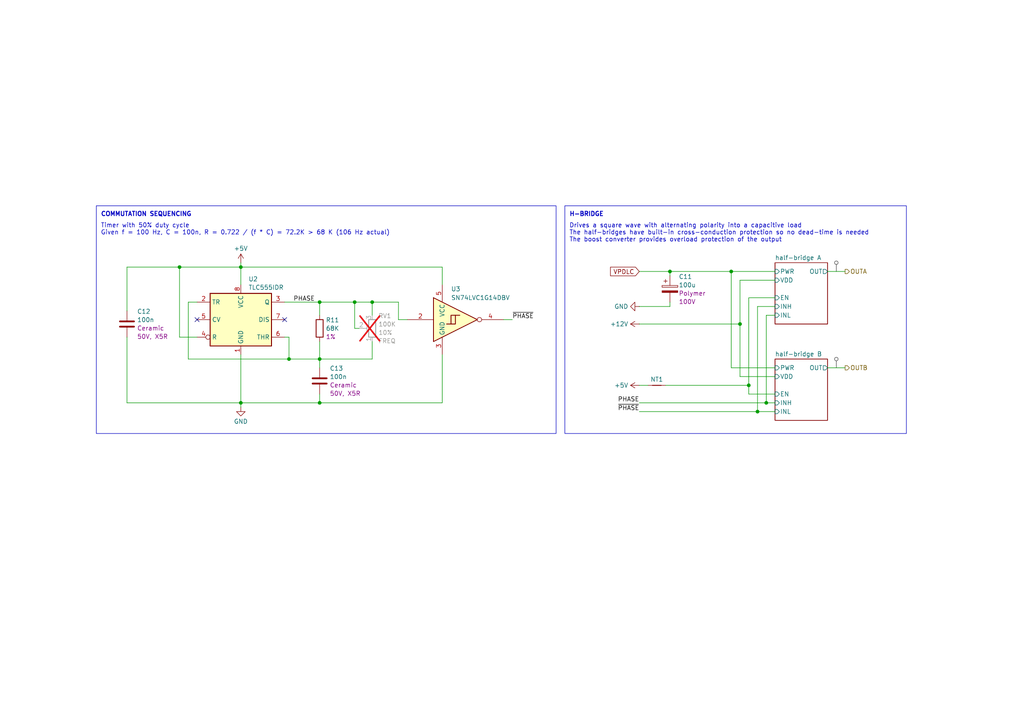
<source format=kicad_sch>
(kicad_sch (version 20231120) (generator "eeschema") (generator_version "8.0")
  (paper "A4")
  (title_block (title "PDLC Driver Inverter"))
  (lib_symbols
    (symbol "74xGxx:SN74LVC1G14DBV"
      (property "Reference" "U" (at 0 3.81 0))
      (property "Value" "SN74LVC1G14DBV" (at 0 -3.81 0))
      (symbol "SN74LVC1G14DBV_0_1"
        (polyline (pts (xy -7.62 6.35) (xy -7.62 -6.35) (xy 5.08 0) (xy -7.62 6.35)) (stroke (width 0.254)) (fill (type background)))
      )
      (symbol "SN74LVC1G14DBV_1_1"
        (polyline (pts (xy -3.81 -1.27) (xy -1.27 -1.27) (xy -1.27 1.27)) (stroke (width 0.254)))
        (polyline (pts (xy -2.54 -1.27) (xy -2.54 1.27) (xy 0 1.27)) (stroke (width 0.254)))
        (pin no_connect line (at -7.62 5.08 180) (length 5.08) hide (name "NC") (number "1"))
        (pin input line (at -15.24 0 0) (length 7.62) (name "~") (number "2"))
        (pin power_in line (at -5.08 -10.16 90) (length 5.08) (name "GND") (number "3"))
        (pin output inverted (at 12.7 0 180) (length 7.62) (name "~") (number "4"))
        (pin power_in line (at -5.08 10.16 270) (length 5.08) (name "VCC") (number "5"))
      )
    )
    (symbol "Device:C" (pin_numbers hide) (pin_names (offset 0.254))
      (property "Reference" "C" (at 0.635 2.54 0))
      (property "Value" "C" (at 0.635 -2.54 0))
      (symbol "C_0_1"
        (polyline (pts (xy -2.032 -0.762) (xy 2.032 -0.762)) (stroke (width 0.508)))
        (polyline (pts (xy -2.032 0.762) (xy 2.032 0.762)) (stroke (width 0.508)))
      )
      (symbol "C_1_1"
        (pin passive line (at 0 3.81 270) (length 2.794) (name "~") (number "1"))
        (pin passive line (at 0 -3.81 90) (length 2.794) (name "~") (number "2"))
      )
    )
    (symbol "Device:C_Polarized" (pin_numbers hide) (pin_names (offset 0.254))
      (property "Reference" "C" (at 0.635 2.54 0))
      (property "Value" "C_Polarized" (at 0.635 -2.54 0))
      (symbol "C_Polarized_0_1"
        (rectangle (start -2.286 0.508) (end 2.286 1.016))
        (polyline (pts (xy -1.778 2.286) (xy -0.762 2.286)))
        (polyline (pts (xy -1.27 2.794) (xy -1.27 1.778)))
        (rectangle (start 2.286 -0.508) (end -2.286 -1.016) (fill (type outline)))
      )
      (symbol "C_Polarized_1_1"
        (pin passive line (at 0 3.81 270) (length 2.794) (name "~") (number "1"))
        (pin passive line (at 0 -3.81 90) (length 2.794) (name "~") (number "2"))
      )
    )
    (symbol "Device:NetTie_2" (pin_numbers hide) (pin_names (offset 0) hide) (in_bom no)
      (property "Reference" "NT" (at 0 1.27 0))
      (property "Value" "NetTie_2" (at 0 -1.27 0))
      (symbol "NetTie_2_0_1"
        (polyline (pts (xy -1.27 0) (xy 1.27 0)) (stroke (width 0.254)))
      )
      (symbol "NetTie_2_1_1"
        (pin passive line (at -2.54 0 0) (length 2.54) (name "1") (number "1"))
        (pin passive line (at 2.54 0 180) (length 2.54) (name "2") (number "2"))
      )
    )
    (symbol "Device:R" (pin_numbers hide) (pin_names (offset 0))
      (property "Reference" "R" (at 2.032 0 90))
      (property "Value" "R" (at 0 0 90))
      (symbol "R_0_1"
        (rectangle (start -1.016 -2.54) (end 1.016 2.54) (stroke (width 0.254)))
      )
      (symbol "R_1_1"
        (pin passive line (at 0 3.81 270) (length 1.27) (name "~") (number "1"))
        (pin passive line (at 0 -3.81 90) (length 1.27) (name "~") (number "2"))
      )
    )
    (symbol "Device:R_Potentiometer_Trim" (pin_names (offset 1.016) hide)
      (property "Reference" "RV" (at -4.445 0 90))
      (property "Value" "R_Potentiometer_Trim" (at -2.54 0 90))
      (symbol "R_Potentiometer_Trim_0_1"
        (polyline (pts (xy 1.524 0.762) (xy 1.524 -0.762)))
        (polyline (pts (xy 2.54 0) (xy 1.524 0)))
        (rectangle (start 1.016 2.54) (end -1.016 -2.54) (stroke (width 0.254)))
      )
      (symbol "R_Potentiometer_Trim_1_1"
        (pin passive line (at 0 3.81 270) (length 1.27) (name "1") (number "1"))
        (pin passive line (at 3.81 0 180) (length 1.27) (name "2") (number "2"))
        (pin passive line (at 0 -3.81 90) (length 1.27) (name "3") (number "3"))
      )
    )
    (symbol "Timer:TLC555xD"
      (property "Reference" "U" (at -10.16 8.89 0))
      (property "Value" "TLC555xD" (at 2.54 8.89 0))
      (symbol "TLC555xD_0_0"
        (pin power_in line (at 0 -10.16 90) (length 2.54) (name "GND") (number "1"))
        (pin power_in line (at 0 10.16 270) (length 2.54) (name "VCC") (number "8"))
      )
      (symbol "TLC555xD_0_1"
        (rectangle (start -8.89 -7.62) (end 8.89 7.62) (stroke (width 0.254)) (fill (type background)))
        (rectangle (start -8.89 -7.62) (end 8.89 7.62) (stroke (width 0.254)) (fill (type background)))
      )
      (symbol "TLC555xD_1_1"
        (pin input line (at -12.7 5.08 0) (length 3.81) (name "TR") (number "2"))
        (pin output line (at 12.7 5.08 180) (length 3.81) (name "Q") (number "3"))
        (pin input inverted (at -12.7 -5.08 0) (length 3.81) (name "R") (number "4"))
        (pin input line (at -12.7 0 0) (length 3.81) (name "CV") (number "5"))
        (pin input line (at 12.7 -5.08 180) (length 3.81) (name "THR") (number "6"))
        (pin input line (at 12.7 0 180) (length 3.81) (name "DIS") (number "7"))
      )
    )
    (symbol "power:+12V" (power) (pin_numbers hide) (pin_names (offset 0) hide)
      (property "Value" "+12V" (at 0 3.556 0))
      (symbol "+12V_0_1"
        (polyline (pts (xy -0.762 1.27) (xy 0 2.54)))
        (polyline (pts (xy 0 0) (xy 0 2.54)))
        (polyline (pts (xy 0 2.54) (xy 0.762 1.27)))
      )
      (symbol "+12V_1_1"
        (pin power_in line (at 0 0 90) (length 0) (name "~") (number "1"))
      )
    )
    (symbol "power:+5V" (power) (pin_numbers hide) (pin_names (offset 0) hide)
      (property "Value" "+5V" (at 0 3.556 0))
      (symbol "+5V_0_1"
        (polyline (pts (xy -0.762 1.27) (xy 0 2.54)))
        (polyline (pts (xy 0 0) (xy 0 2.54)))
        (polyline (pts (xy 0 2.54) (xy 0.762 1.27)))
      )
      (symbol "+5V_1_1"
        (pin power_in line (at 0 0 90) (length 0) (name "~") (number "1"))
      )
    )
    (symbol "power:GND" (power) (pin_numbers hide) (pin_names (offset 0) hide)
      (property "Value" "GND" (at 0 -3.81 0))
      (symbol "GND_0_1"
        (polyline (pts (xy 0 0) (xy 0 -1.27) (xy 1.27 -1.27) (xy 0 -2.54) (xy -1.27 -1.27) (xy 0 -1.27)))
      )
      (symbol "GND_1_1"
        (pin power_in line (at 0 0 270) (length 0) (name "~") (number "1"))
      )
    )
  )
  (junction (at 212.09 78.74))
  (junction (at 219.71 119.38))
  (junction (at 92.71 87.63))
  (junction (at 102.87 87.63))
  (junction (at 69.85 77.47))
  (junction (at 83.82 104.14))
  (junction (at 194.31 78.74))
  (junction (at 92.71 116.84))
  (junction (at 222.25 116.84))
  (junction (at 52.07 77.47))
  (junction (at 69.85 116.84))
  (junction (at 214.63 93.98))
  (junction (at 107.95 87.63))
  (junction (at 217.17 111.76))
  (junction (at 92.71 104.14))
  (no_connect (at 57.15 92.71))
  (no_connect (at 82.55 92.71))
  (wire (pts (xy 224.79 106.68) (xy 212.09 106.68)))
  (wire (pts (xy 107.95 87.63) (xy 115.57 87.63)))
  (wire (pts (xy 217.17 114.3) (xy 217.17 111.76)))
  (wire (pts (xy 118.11 92.71) (xy 115.57 92.71)))
  (wire (pts (xy 92.71 104.14) (xy 92.71 106.68)))
  (wire (pts (xy 36.83 116.84) (xy 69.85 116.84)))
  (wire (pts (xy 36.83 97.79) (xy 36.83 116.84)))
  (wire (pts (xy 185.42 78.74) (xy 194.31 78.74)))
  (wire (pts (xy 222.25 116.84) (xy 224.79 116.84)))
  (wire (pts (xy 219.71 119.38) (xy 224.79 119.38)))
  (wire (pts (xy 104.14 95.25) (xy 102.87 95.25)))
  (wire (pts (xy 69.85 116.84) (xy 69.85 118.11)))
  (wire (pts (xy 214.63 81.28) (xy 214.63 93.98)))
  (wire (pts (xy 54.61 87.63) (xy 54.61 104.14)))
  (wire (pts (xy 194.31 78.74) (xy 212.09 78.74)))
  (wire (pts (xy 240.03 78.74) (xy 245.11 78.74)))
  (wire (pts (xy 185.42 88.9) (xy 194.31 88.9)))
  (wire (pts (xy 92.71 116.84) (xy 128.27 116.84)))
  (wire (pts (xy 69.85 77.47) (xy 52.07 77.47)))
  (wire (pts (xy 146.05 92.71) (xy 148.59 92.71)))
  (wire (pts (xy 115.57 92.71) (xy 115.57 87.63)))
  (wire (pts (xy 92.71 87.63) (xy 92.71 91.44)))
  (wire (pts (xy 219.71 88.9) (xy 219.71 119.38)))
  (wire (pts (xy 52.07 97.79) (xy 57.15 97.79)))
  (wire (pts (xy 92.71 114.3) (xy 92.71 116.84)))
  (wire (pts (xy 36.83 77.47) (xy 52.07 77.47)))
  (wire (pts (xy 217.17 114.3) (xy 224.79 114.3)))
  (wire (pts (xy 217.17 86.36) (xy 224.79 86.36)))
  (wire (pts (xy 92.71 99.06) (xy 92.71 104.14)))
  (wire (pts (xy 185.42 93.98) (xy 214.63 93.98)))
  (wire (pts (xy 194.31 78.74) (xy 194.31 80.01)))
  (wire (pts (xy 212.09 78.74) (xy 212.09 106.68)))
  (wire (pts (xy 107.95 99.06) (xy 107.95 104.14)))
  (wire (pts (xy 102.87 87.63) (xy 102.87 95.25)))
  (wire (pts (xy 69.85 116.84) (xy 92.71 116.84)))
  (wire (pts (xy 54.61 104.14) (xy 83.82 104.14)))
  (wire (pts (xy 92.71 87.63) (xy 102.87 87.63)))
  (wire (pts (xy 214.63 109.22) (xy 224.79 109.22)))
  (wire (pts (xy 128.27 77.47) (xy 128.27 82.55)))
  (wire (pts (xy 214.63 81.28) (xy 224.79 81.28)))
  (wire (pts (xy 240.03 106.68) (xy 245.11 106.68)))
  (wire (pts (xy 128.27 102.87) (xy 128.27 116.84)))
  (wire (pts (xy 52.07 77.47) (xy 52.07 97.79)))
  (wire (pts (xy 107.95 87.63) (xy 107.95 91.44)))
  (wire (pts (xy 57.15 87.63) (xy 54.61 87.63)))
  (wire (pts (xy 222.25 91.44) (xy 224.79 91.44)))
  (wire (pts (xy 212.09 78.74) (xy 224.79 78.74)))
  (wire (pts (xy 82.55 87.63) (xy 92.71 87.63)))
  (wire (pts (xy 69.85 76.2) (xy 69.85 77.47)))
  (wire (pts (xy 92.71 104.14) (xy 107.95 104.14)))
  (wire (pts (xy 194.31 88.9) (xy 194.31 87.63)))
  (wire (pts (xy 222.25 91.44) (xy 222.25 116.84)))
  (wire (pts (xy 185.42 116.84) (xy 222.25 116.84)))
  (wire (pts (xy 36.83 90.17) (xy 36.83 77.47)))
  (wire (pts (xy 193.04 111.76) (xy 217.17 111.76)))
  (wire (pts (xy 69.85 102.87) (xy 69.85 116.84)))
  (wire (pts (xy 102.87 87.63) (xy 107.95 87.63)))
  (wire (pts (xy 83.82 104.14) (xy 83.82 97.79)))
  (wire (pts (xy 214.63 93.98) (xy 214.63 109.22)))
  (wire (pts (xy 69.85 77.47) (xy 128.27 77.47)))
  (wire (pts (xy 92.71 104.14) (xy 83.82 104.14)))
  (wire (pts (xy 83.82 97.79) (xy 82.55 97.79)))
  (wire (pts (xy 217.17 86.36) (xy 217.17 111.76)))
  (wire (pts (xy 185.42 119.38) (xy 219.71 119.38)))
  (wire (pts (xy 185.42 111.76) (xy 187.96 111.76)))
  (wire (pts (xy 219.71 88.9) (xy 224.79 88.9)))
  (wire (pts (xy 69.85 77.47) (xy 69.85 82.55)))
  (rectangle (start 27.94 59.69) (end 161.29 125.73))
  (rectangle (start 163.83 59.69) (end 262.89 125.73))
  (text "H-BRIDGE" (at 165.1 62.23 0) (effects (font (size 1.27 1.27) (thickness 0.254) (bold yes)) (justify left)))
  (text "Drives a square wave with alternating polarity into a capacitive load\nThe half-bridges have built-in cross-conduction protection so no dead-time is needed\nThe boost converter provides overload protection of the output" (at 165.1 64.77 0) (effects (font (size 1.27 1.27) (thickness 0.1588)) (justify left top)))
  (text "COMMUTATION SEQUENCING" (at 29.21 62.23 0) (effects (font (size 1.27 1.27) (thickness 0.254) (bold yes)) (justify left)))
  (text "Timer with 50% duty cycle\nGiven f = 100 Hz, C = 100n, R = 0.722 / (f * C) = 72.2K > 68 K (106 Hz actual)" (at 29.21 64.77 0) (effects (font (size 1.27 1.27)) (justify left top)))
  (label "PHASE" (at 185.42 116.84 180))
  (label "PHASE" (at 85.09 87.63 0))
  (label "~{PHASE}" (at 185.42 119.38 180))
  (label "~{PHASE}" (at 148.59 92.71 0))
  (global_label "VPDLC" (shape input) (at 185.42 78.74 180) (effects (font (thickness 0.1588))) (property "Intersheetrefs" "${INTERSHEET_REFS}" (effects (hide yes))))
  (hierarchical_label "OUTA" (shape output) (at 245.11 78.74 0))
  (hierarchical_label "OUTB" (shape output) (at 245.11 106.68 0))
  (netclass_flag "" (length 2.54) (shape round) (at 242.57 106.68 0) (property "Netclass" "High Voltage" (effects (hide yes))))
  (netclass_flag "" (length 2.54) (shape round) (at 242.57 78.74 0) (property "Netclass" "High Voltage" (effects (hide yes))))
  (symbol (lib_id "Device:C") (at 92.71 110.49 0) (unit 1)
    (property "Reference" "C13" (at 95.631 106.8535 0) (effects (justify left)))
    (property "Value" "100n" (at 95.631 109.2778 0) (effects (justify left)))
    (property "Footprint" "Capacitor_SMD:C_0603_1608Metric" (effects (hide yes)))
    (property "Description" "Unpolarized capacitor" (effects (hide yes)))
    (property "Type" "Ceramic" (at 95.631 111.7021 0) (effects (justify left)))
    (property "Rating" "50V, X5R" (at 95.631 114.1264 0) (effects (justify left)))
    (property "LCSC" "C14663" (effects (hide yes)))
  )
  (symbol (lib_id "Device:R_Potentiometer_Trim") (at 107.95 95.25 180) (unit 1) (in_bom no) (dnp yes)
    (property "Reference" "RV1" (at 109.728 91.6135 0) (effects (justify right)))
    (property "Value" "100K" (at 109.728 94.0378 0) (effects (justify right)))
    (property "Footprint" "3362P-1-502LF:TRIM_3362P-1-502LF" (effects (hide yes)))
    (property "Datasheet" "https://www.bourns.com/docs/Product-Datasheets/3362.pdf" (effects (hide yes)))
    (property "Description" "Trim-potentiometer" (effects (hide yes)))
    (property "Rating" "10%" (at 109.728 96.4621 0) (effects (justify right)))
    (property "Part" "3362P-1-104LF" (effects (hide yes)))
    (property "Label" "FREQ" (at 109.728 98.8864 0) (effects (justify right)))
  )
  (symbol (lib_id "power:GND") (at 185.42 88.9 270) (unit 1)
    (property "Reference" "#PWR014" (effects (hide yes)))
    (property "Value" "GND" (at 182.2451 88.9 90) (effects (justify right)))
    (property "Description" "Power symbol creates a global label with name \"GND\" , ground" (effects (hide yes)))
  )
  (symbol (lib_id "power:+5V") (at 69.85 76.2 0) (unit 1)
    (property "Reference" "#PWR013" (effects (hide yes)))
    (property "Value" "+5V" (at 69.85 72.0669 0))
    (property "Description" "Power symbol creates a global label with name \"+5V\"" (effects (hide yes)))
  )
  (symbol (lib_id "Device:C") (at 36.83 93.98 0) (unit 1)
    (property "Reference" "C12" (at 39.751 90.3435 0) (effects (justify left)))
    (property "Value" "100n" (at 39.751 92.7678 0) (effects (justify left)))
    (property "Footprint" "Capacitor_SMD:C_0603_1608Metric" (effects (hide yes)))
    (property "Description" "Unpolarized capacitor" (effects (hide yes)))
    (property "Type" "Ceramic" (at 39.751 95.1921 0) (effects (justify left)))
    (property "Rating" "50V, X5R" (at 39.751 97.6164 0) (effects (justify left)))
    (property "LCSC" "C14663" (effects (hide yes)))
  )
  (symbol (lib_id "power:+12V") (at 185.42 93.98 90) (unit 1)
    (property "Reference" "#PWR015" (effects (hide yes)))
    (property "Value" "+12V" (at 182.245 93.98 90) (effects (justify left)))
    (property "Description" "Power symbol creates a global label with name \"+12V\"" (effects (hide yes)))
  )
  (symbol (lib_id "Device:R") (at 92.71 95.25 0) (unit 1)
    (property "Reference" "R11" (at 94.488 92.8257 0) (effects (justify left)))
    (property "Value" "68K" (at 94.488 95.25 0) (effects (justify left)))
    (property "Footprint" "Resistor_SMD:R_0603_1608Metric" (effects (hide yes)))
    (property "Description" "Resistor" (effects (hide yes)))
    (property "Rating" "1%" (at 94.488 97.6743 0) (effects (justify left)))
    (property "LCSC" "C23231" (effects (hide yes)))
  )
  (symbol (lib_id "Device:C_Polarized") (at 194.31 83.82 0) (unit 1)
    (property "Reference" "C11" (at 196.85 80.2414 0) (effects (justify left)))
    (property "Value" "100u" (at 196.85 82.6657 0) (effects (justify left)))
    (property "Footprint" "Capacitor_THT:CP_Radial_D10.0mm_P5.00mm" (effects (hide yes)))
    (property "Datasheet" "https://jlcpcb.com/api/file/downloadByFileSystemAccessId/8588944308845596672" (effects (hide yes)))
    (property "Description" "Polarized capacitor" (effects (hide yes)))
    (property "Type" "Polymer" (at 196.85 85.09 0) (effects (justify left)))
    (property "Rating" "100V" (at 196.85 87.5143 0) (effects (justify left)))
    (property "LCSC" "C2887236" (effects (hide yes)))
    (property "Manufacturer" "NJCON" (effects (hide yes)))
    (property "Part" "1011001013R00" (effects (hide yes)))
  )
  (symbol (lib_id "Device:NetTie_2") (at 190.5 111.76 0) (unit 1) (in_bom no)
    (property "Reference" "NT1" (at 190.5 110.0399 0))
    (property "Value" "NetTie_2" (effects (hide yes)))
    (property "Footprint" "Generic:NetTie-2_SMD_Pad0.2mm" (effects (hide yes)))
    (property "Description" "Net tie, 2 pins" (effects (hide yes)))
  )
  (symbol (lib_id "power:GND") (at 69.85 118.11 0) (unit 1)
    (property "Reference" "#PWR017" (effects (hide yes)))
    (property "Value" "GND" (at 69.85 122.2431 0))
    (property "Description" "Power symbol creates a global label with name \"GND\" , ground" (effects (hide yes)))
  )
  (symbol (lib_id "power:+5V") (at 185.42 111.76 90) (unit 1)
    (property "Reference" "#PWR016" (effects (hide yes)))
    (property "Value" "+5V" (at 182.2451 111.76 90) (effects (justify left)))
    (property "Description" "Power symbol creates a global label with name \"+5V\"" (effects (hide yes)))
  )
  (symbol (lib_id "74xGxx:SN74LVC1G14DBV") (at 133.35 92.71 0) (unit 1)
    (property "Reference" "U3" (at 130.81 83.82 0) (effects (justify left)))
    (property "Value" "SN74LVC1G14DBV" (at 130.81 86.36 0) (effects (justify left)))
    (property "Footprint" "Package_TO_SOT_SMD:SOT-23-5" (effects (hide yes)))
    (property "Datasheet" "https://www.ti.com/lit/ds/symlink/sn74lvc1g14.pdf" (effects (hide yes)))
    (property "Description" "Single Schmitt NOT Gate, Low-Voltage CMOS, SOT-23" (effects (hide yes)))
    (property "LCSC" "C7835" (effects (hide yes)))
  )
  (symbol (lib_id "Timer:TLC555xD") (at 69.85 92.71 0) (unit 1)
    (property "Reference" "U2" (at 72.0441 80.9455 0) (effects (justify left)))
    (property "Value" "TLC555IDR" (at 72.0441 83.3698 0) (effects (justify left)))
    (property "Footprint" "Package_SO:SOIC-8_3.9x4.9mm_P1.27mm" (effects (hide yes)))
    (property "Datasheet" "http://www.ti.com/lit/ds/symlink/tlc555.pdf" (effects (hide yes)))
    (property "Description" "Single LinCMOS Timer, 555 compatible, SOIC-8" (effects (hide yes)))
    (property "LCSC" "C6987" (effects (hide yes)))
  )
  (sheet (at 224.79 76.2) (size 15.24 17.78) (stroke (width 0.1524))
    (property "Sheetname" "half-bridge A" (at 224.79 75.4884 0) (effects (justify left bottom)))
    (property "Sheetfile" "half-bridge.kicad_sch" (effects (hide yes)))
    (pin "PWR" input (at 224.79 78.74 180))
    (pin "OUT" output (at 240.03 78.74 0))
    (pin "VDD" input (at 224.79 81.28 180))
    (pin "INL" input (at 224.79 91.44 180))
    (pin "INH" input (at 224.79 88.9 180))
    (pin "EN" input (at 224.79 86.36 180))
  )
  (sheet (at 224.79 104.14) (size 15.24 17.78) (stroke (width 0.1524))
    (property "Sheetname" "half-bridge B" (at 224.79 103.4284 0) (effects (justify left bottom)))
    (property "Sheetfile" "half-bridge.kicad_sch" (effects (hide yes)))
    (pin "PWR" input (at 224.79 106.68 180))
    (pin "OUT" output (at 240.03 106.68 0))
    (pin "VDD" input (at 224.79 109.22 180))
    (pin "INL" input (at 224.79 119.38 180))
    (pin "INH" input (at 224.79 116.84 180))
    (pin "EN" input (at 224.79 114.3 180))
  )
)
</source>
